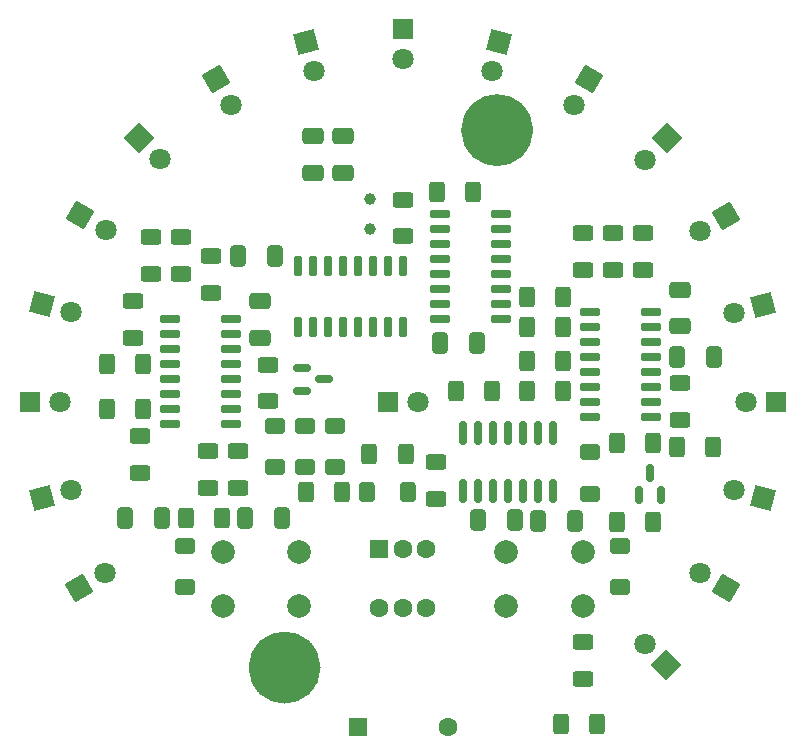
<source format=gts>
G04 #@! TF.GenerationSoftware,KiCad,Pcbnew,8.0.6*
G04 #@! TF.CreationDate,2024-12-27T14:26:58+01:00*
G04 #@! TF.ProjectId,Minutka,4d696e75-746b-4612-9e6b-696361645f70,rev?*
G04 #@! TF.SameCoordinates,Original*
G04 #@! TF.FileFunction,Soldermask,Top*
G04 #@! TF.FilePolarity,Negative*
%FSLAX46Y46*%
G04 Gerber Fmt 4.6, Leading zero omitted, Abs format (unit mm)*
G04 Created by KiCad (PCBNEW 8.0.6) date 2024-12-27 14:26:58*
%MOMM*%
%LPD*%
G01*
G04 APERTURE LIST*
G04 Aperture macros list*
%AMRoundRect*
0 Rectangle with rounded corners*
0 $1 Rounding radius*
0 $2 $3 $4 $5 $6 $7 $8 $9 X,Y pos of 4 corners*
0 Add a 4 corners polygon primitive as box body*
4,1,4,$2,$3,$4,$5,$6,$7,$8,$9,$2,$3,0*
0 Add four circle primitives for the rounded corners*
1,1,$1+$1,$2,$3*
1,1,$1+$1,$4,$5*
1,1,$1+$1,$6,$7*
1,1,$1+$1,$8,$9*
0 Add four rect primitives between the rounded corners*
20,1,$1+$1,$2,$3,$4,$5,0*
20,1,$1+$1,$4,$5,$6,$7,0*
20,1,$1+$1,$6,$7,$8,$9,0*
20,1,$1+$1,$8,$9,$2,$3,0*%
%AMRotRect*
0 Rectangle, with rotation*
0 The origin of the aperture is its center*
0 $1 length*
0 $2 width*
0 $3 Rotation angle, in degrees counterclockwise*
0 Add horizontal line*
21,1,$1,$2,0,0,$3*%
G04 Aperture macros list end*
%ADD10C,3.050000*%
%ADD11RoundRect,0.250000X0.650000X-0.412500X0.650000X0.412500X-0.650000X0.412500X-0.650000X-0.412500X0*%
%ADD12RoundRect,0.250000X-0.625000X0.400000X-0.625000X-0.400000X0.625000X-0.400000X0.625000X0.400000X0*%
%ADD13RoundRect,0.250000X0.412500X0.650000X-0.412500X0.650000X-0.412500X-0.650000X0.412500X-0.650000X0*%
%ADD14RoundRect,0.250000X-0.600000X0.400000X-0.600000X-0.400000X0.600000X-0.400000X0.600000X0.400000X0*%
%ADD15RotRect,1.800000X1.800000X150.000000*%
%ADD16C,1.800000*%
%ADD17RotRect,1.800000X1.800000X315.000000*%
%ADD18RoundRect,0.250000X0.400000X0.625000X-0.400000X0.625000X-0.400000X-0.625000X0.400000X-0.625000X0*%
%ADD19RotRect,1.800000X1.800000X240.000000*%
%ADD20RoundRect,0.250000X0.625000X-0.400000X0.625000X0.400000X-0.625000X0.400000X-0.625000X-0.400000X0*%
%ADD21RoundRect,0.150000X0.150000X-0.587500X0.150000X0.587500X-0.150000X0.587500X-0.150000X-0.587500X0*%
%ADD22RoundRect,0.250000X-0.400000X-0.625000X0.400000X-0.625000X0.400000X0.625000X-0.400000X0.625000X0*%
%ADD23R,1.800000X1.800000*%
%ADD24R,1.600000X1.600000*%
%ADD25C,1.600000*%
%ADD26RoundRect,0.150000X-0.725000X-0.150000X0.725000X-0.150000X0.725000X0.150000X-0.725000X0.150000X0*%
%ADD27RotRect,1.800000X1.800000X15.000000*%
%ADD28RoundRect,0.250000X-0.412500X-0.650000X0.412500X-0.650000X0.412500X0.650000X-0.412500X0.650000X0*%
%ADD29RotRect,1.800000X1.800000X210.000000*%
%ADD30RoundRect,0.250000X-0.400000X-0.600000X0.400000X-0.600000X0.400000X0.600000X-0.400000X0.600000X0*%
%ADD31RoundRect,0.250000X-0.650000X0.412500X-0.650000X-0.412500X0.650000X-0.412500X0.650000X0.412500X0*%
%ADD32RotRect,1.800000X1.800000X285.000000*%
%ADD33RotRect,1.800000X1.800000X165.000000*%
%ADD34RotRect,1.800000X1.800000X225.000000*%
%ADD35C,1.000000*%
%ADD36RotRect,1.800000X1.800000X30.000000*%
%ADD37RotRect,1.800000X1.800000X195.000000*%
%ADD38RoundRect,0.150000X-0.587500X-0.150000X0.587500X-0.150000X0.587500X0.150000X-0.587500X0.150000X0*%
%ADD39RoundRect,0.150000X-0.150000X0.825000X-0.150000X-0.825000X0.150000X-0.825000X0.150000X0.825000X0*%
%ADD40RotRect,1.800000X1.800000X300.000000*%
%ADD41RoundRect,0.150000X0.725000X0.150000X-0.725000X0.150000X-0.725000X-0.150000X0.725000X-0.150000X0*%
%ADD42RotRect,1.800000X1.800000X345.000000*%
%ADD43C,2.000000*%
%ADD44RotRect,1.800000X1.800000X255.000000*%
%ADD45RotRect,1.800000X1.800000X330.000000*%
%ADD46RoundRect,0.150000X0.150000X-0.725000X0.150000X0.725000X-0.150000X0.725000X-0.150000X-0.725000X0*%
%ADD47RotRect,1.800000X1.800000X135.000000*%
G04 APERTURE END LIST*
D10*
X159525000Y-77000000D02*
G75*
G02*
X156475000Y-77000000I-1525000J0D01*
G01*
X156475000Y-77000000D02*
G75*
G02*
X159525000Y-77000000I1525000J0D01*
G01*
X141525000Y-122500000D02*
G75*
G02*
X138475000Y-122500000I-1525000J0D01*
G01*
X138475000Y-122500000D02*
G75*
G02*
X141525000Y-122500000I1525000J0D01*
G01*
D11*
X137935000Y-94577500D03*
X137935000Y-91452500D03*
D12*
X131267500Y-86067500D03*
X131267500Y-89167500D03*
D13*
X159500000Y-110007600D03*
X156375000Y-110007600D03*
D14*
X139205000Y-102060000D03*
X139205000Y-105560000D03*
D15*
X177367177Y-115749290D03*
D16*
X175167472Y-114479290D03*
D17*
X127690546Y-77653979D03*
D16*
X129486597Y-79450030D03*
D18*
X171235000Y-103492500D03*
X168135000Y-103492500D03*
D19*
X165760447Y-72640824D03*
D16*
X164490447Y-74840529D03*
D12*
X127140000Y-91465000D03*
X127140000Y-94565000D03*
D14*
X168415000Y-112220000D03*
X168415000Y-115720000D03*
D20*
X173495000Y-101550000D03*
X173495000Y-98450000D03*
D12*
X133807500Y-87655000D03*
X133807500Y-90755000D03*
X165240000Y-120357500D03*
X165240000Y-123457500D03*
D21*
X170005000Y-107922500D03*
X171905000Y-107922500D03*
X170955000Y-106047500D03*
D22*
X160515000Y-93650000D03*
X163615000Y-93650000D03*
D23*
X181576304Y-99997920D03*
D16*
X179036304Y-99997920D03*
D12*
X165240000Y-85750000D03*
X165240000Y-88850000D03*
D24*
X146200000Y-127500000D03*
D25*
X153800000Y-127500000D03*
D26*
X130280000Y-93015000D03*
X130280000Y-94285000D03*
X130280000Y-95555000D03*
X130280000Y-96825000D03*
X130280000Y-98095000D03*
X130280000Y-99365000D03*
X130280000Y-100635000D03*
X130280000Y-101905000D03*
X135430000Y-101905000D03*
X135430000Y-100635000D03*
X135430000Y-99365000D03*
X135430000Y-98095000D03*
X135430000Y-96825000D03*
X135430000Y-95555000D03*
X135430000Y-94285000D03*
X135430000Y-93015000D03*
D20*
X133490000Y-107265000D03*
X133490000Y-104165000D03*
D27*
X119485510Y-108146180D03*
D16*
X121938962Y-107488780D03*
D13*
X176327500Y-96190000D03*
X173202500Y-96190000D03*
D28*
X136690000Y-109842500D03*
X139815000Y-109842500D03*
D14*
X131585000Y-112220000D03*
X131585000Y-115720000D03*
D28*
X126530000Y-109842500D03*
X129655000Y-109842500D03*
D22*
X147180000Y-104445000D03*
X150280000Y-104445000D03*
X124955000Y-96825000D03*
X128055000Y-96825000D03*
D29*
X177392289Y-84284720D03*
D16*
X175192584Y-85554720D03*
D14*
X165875000Y-104282500D03*
X165875000Y-107782500D03*
D20*
X127775000Y-105995000D03*
X127775000Y-102895000D03*
D28*
X161455000Y-110058400D03*
X164580000Y-110058400D03*
D30*
X146980000Y-107620000D03*
X150480000Y-107620000D03*
D31*
X144920000Y-77482500D03*
X144920000Y-80607500D03*
D32*
X141805045Y-69505345D03*
D16*
X142462445Y-71958797D03*
D33*
X180519677Y-108147432D03*
D16*
X178066225Y-107490032D03*
D20*
X138570000Y-99962500D03*
X138570000Y-96862500D03*
D22*
X141782500Y-107620000D03*
X144882500Y-107620000D03*
X124955000Y-100635000D03*
X128055000Y-100635000D03*
D14*
X141745000Y-102060000D03*
X141745000Y-105560000D03*
D22*
X173215000Y-103810000D03*
X176315000Y-103810000D03*
D23*
X150013150Y-68414566D03*
D16*
X150013150Y-70954566D03*
D34*
X172345872Y-77705545D03*
D16*
X170549821Y-79501596D03*
D35*
X147225000Y-82825000D03*
X147225000Y-85365000D03*
D23*
X118433664Y-100007179D03*
D16*
X120973664Y-100007179D03*
D36*
X122597444Y-115780636D03*
D16*
X124797149Y-114510636D03*
D22*
X160515000Y-99047500D03*
X163615000Y-99047500D03*
D37*
X180509297Y-91822963D03*
D16*
X178055845Y-92480363D03*
D20*
X136030000Y-107265000D03*
X136030000Y-104165000D03*
D13*
X156325000Y-95000000D03*
X153200000Y-95000000D03*
D12*
X170320000Y-85750000D03*
X170320000Y-88850000D03*
D18*
X157582500Y-99047500D03*
X154482500Y-99047500D03*
D22*
X131622500Y-109842500D03*
X134722500Y-109842500D03*
D38*
X141442500Y-97145000D03*
X141442500Y-99045000D03*
X143317500Y-98095000D03*
D11*
X173495000Y-93625000D03*
X173495000Y-90500000D03*
D12*
X167780000Y-85750000D03*
X167780000Y-88850000D03*
D23*
X148725000Y-100000000D03*
D16*
X151265000Y-100000000D03*
D39*
X162700000Y-102605000D03*
X161430000Y-102605000D03*
X160160000Y-102605000D03*
X158890000Y-102605000D03*
X157620000Y-102605000D03*
X156350000Y-102605000D03*
X155080000Y-102605000D03*
X155080000Y-107555000D03*
X156350000Y-107555000D03*
X157620000Y-107555000D03*
X158890000Y-107555000D03*
X160160000Y-107555000D03*
X161430000Y-107555000D03*
X162700000Y-107555000D03*
D40*
X134199774Y-72672169D03*
D16*
X135469774Y-74871874D03*
D41*
X158290000Y-93015000D03*
X158290000Y-91745000D03*
X158290000Y-90475000D03*
X158290000Y-89205000D03*
X158290000Y-87935000D03*
X158290000Y-86665000D03*
X158290000Y-85395000D03*
X158290000Y-84125000D03*
X153140000Y-84125000D03*
X153140000Y-85395000D03*
X153140000Y-86665000D03*
X153140000Y-87935000D03*
X153140000Y-89205000D03*
X153140000Y-90475000D03*
X153140000Y-91745000D03*
X153140000Y-93015000D03*
D28*
X136055000Y-87617500D03*
X139180000Y-87617500D03*
D18*
X166472500Y-127305000D03*
X163372500Y-127305000D03*
D31*
X142380000Y-77482500D03*
X142380000Y-80607500D03*
D20*
X152857500Y-108217500D03*
X152857500Y-105117500D03*
D22*
X160515000Y-96507500D03*
X163615000Y-96507500D03*
D12*
X128727500Y-86067500D03*
X128727500Y-89167500D03*
D14*
X144285000Y-102060000D03*
X144285000Y-105560000D03*
D26*
X165840000Y-92380000D03*
X165840000Y-93650000D03*
X165840000Y-94920000D03*
X165840000Y-96190000D03*
X165840000Y-97460000D03*
X165840000Y-98730000D03*
X165840000Y-100000000D03*
X165840000Y-101270000D03*
X170990000Y-101270000D03*
X170990000Y-100000000D03*
X170990000Y-98730000D03*
X170990000Y-97460000D03*
X170990000Y-96190000D03*
X170990000Y-94920000D03*
X170990000Y-93650000D03*
X170990000Y-92380000D03*
D42*
X119502084Y-91756294D03*
D16*
X121955536Y-92413694D03*
D43*
X134750000Y-112750000D03*
X141250000Y-112750000D03*
X134750000Y-117250000D03*
X141250000Y-117250000D03*
D12*
X150000000Y-82892500D03*
X150000000Y-85992500D03*
D24*
X148000000Y-112500000D03*
D25*
X150000000Y-112500000D03*
X152000000Y-112500000D03*
X148000000Y-117500000D03*
X150000000Y-117500000D03*
X152000000Y-117500000D03*
D22*
X168135000Y-110160000D03*
X171235000Y-110160000D03*
X152895000Y-82220000D03*
X155995000Y-82220000D03*
D44*
X158195977Y-69499485D03*
D16*
X157538577Y-71952937D03*
D22*
X160515000Y-91110000D03*
X163615000Y-91110000D03*
D45*
X122657374Y-84222850D03*
D16*
X124857079Y-85492850D03*
D46*
X141110000Y-93685000D03*
X142380000Y-93685000D03*
X143650000Y-93685000D03*
X144920000Y-93685000D03*
X146190000Y-93685000D03*
X147460000Y-93685000D03*
X148730000Y-93685000D03*
X150000000Y-93685000D03*
X150000000Y-88535000D03*
X148730000Y-88535000D03*
X147460000Y-88535000D03*
X146190000Y-88535000D03*
X144920000Y-88535000D03*
X143650000Y-88535000D03*
X142380000Y-88535000D03*
X141110000Y-88535000D03*
D47*
X172330322Y-122317492D03*
D16*
X170534271Y-120521441D03*
D43*
X158750000Y-112750000D03*
X165250000Y-112750000D03*
X158750000Y-117250000D03*
X165250000Y-117250000D03*
M02*

</source>
